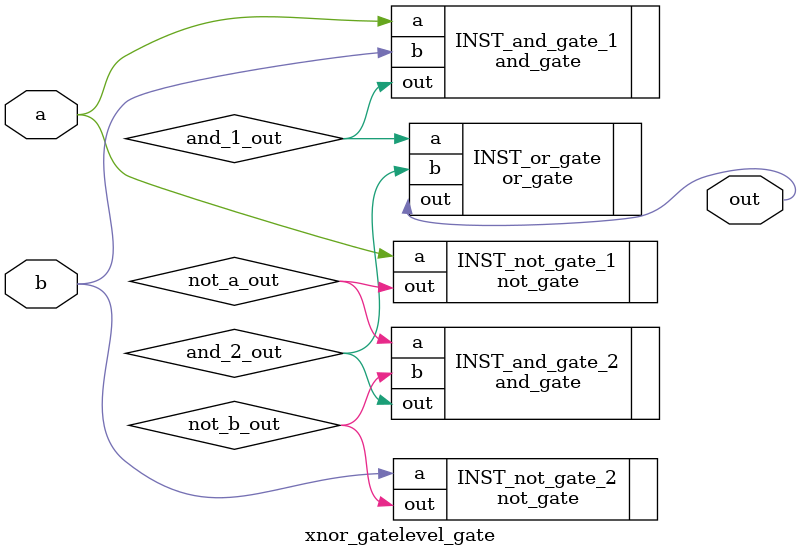
<source format=v>
module xnor_gatelevel_gate (a, b, out); 
	
	input a, b;

	output out;

	wire not_a_out, not_b_out;
	wire and_1_out, and_2_out;

	and_gate INST_and_gate_1 (.a(a), .b(b), .out(and_1_out));
	and_gate INST_and_gate_2 (.a(not_a_out), .b(not_b_out), .out(and_2_out));

	not_gate INST_not_gate_1 (.a(a), .out(not_a_out));
	not_gate INST_not_gate_2 (.a(b), .out(not_b_out));
	
	or_gate INST_or_gate (.a(and_1_out), .b(and_2_out), .out(out));


endmodule
</source>
